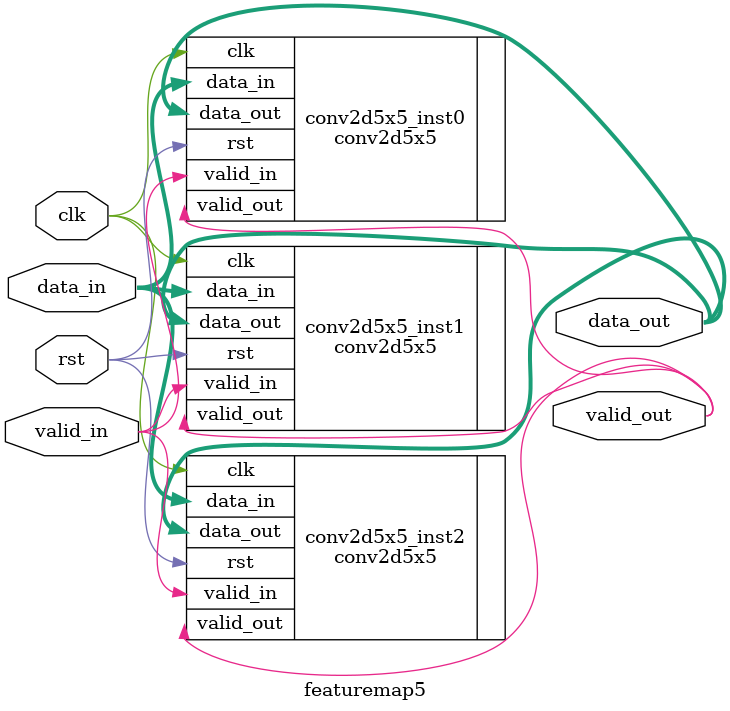
<source format=v>
module featuremap5(
	input clk,
	input rst,

	input [DATA_WIDTH - 1:0] data_in,
	input valid_in,

	output [DATA_WIDTH - 1:0] data_out,
	output valid_out
);
	parameter DATA_WIDTH = 24;
conv2d5x5 #(
	.w0(-0.058393024),
	.w1(-0.07127947),
	.w2(0.07297034),
	.w3(-0.039839964),
	.w4(0.009093379),
	.w5(-0.082046755),
	.w6(0.021941064),
	.w7(-0.06185163),
	.w8(0.0626271),
	.w9(0.06897338),
	.w10(0.0036860881),
	.w11(-0.06048919),
	.w12(0.050356697),
	.w13(0.028401606),
	.w14(-0.06634381),
	.w15(0.014039069),
	.w16(0.06187217),
	.w17(-0.032866564),
	.w18(0.10097026),
	.w19(-0.0963859),
	.w20(0.054610018),
	.w21(-0.015189708),
	.w22(-0.085940495),
	.w23(0.012705135),
	.w24(-0.054090522),
)
conv2d5x5_inst0(
	.clk(clk),
	.rst(rst),
	.data_in(data_in),
	.valid_in(valid_in),
	.data_out(data_out),
	.valid_out(valid_out)
);

conv2d5x5 #(
	.w0(0.07298946),
	.w1(-0.01703108),
	.w2(0.023676898),
	.w3(-0.09230157),
	.w4(0.00067356776),
	.w5(0.09050067),
	.w6(0.09166917),
	.w7(0.081440926),
	.w8(-0.057747222),
	.w9(0.06597457),
	.w10(0.014583218),
	.w11(-0.050342023),
	.w12(0.013515308),
	.w13(-0.042615518),
	.w14(-0.043676645),
	.w15(0.06191707),
	.w16(0.07896075),
	.w17(-0.041479446),
	.w18(0.08239445),
	.w19(0.07581005),
	.w20(-0.021595161),
	.w21(0.055300035),
	.w22(0.05140209),
	.w23(-0.041977316),
	.w24(-0.05799761),
)
conv2d5x5_inst1(
	.clk(clk),
	.rst(rst),
	.data_in(data_in),
	.valid_in(valid_in),
	.data_out(data_out),
	.valid_out(valid_out)
);

conv2d5x5 #(
	.w0(-0.056461904),
	.w1(-0.058077544),
	.w2(-0.1102135),
	.w3(-0.060196184),
	.w4(0.08889998),
	.w5(0.01830983),
	.w6(0.06912394),
	.w7(0.11020274),
	.w8(0.055222344),
	.w9(0.06954146),
	.w10(-0.07017576),
	.w11(-0.060108982),
	.w12(0.082147546),
	.w13(-0.1097425),
	.w14(-0.08761996),
	.w15(-0.022140274),
	.w16(-0.041516073),
	.w17(-0.08650845),
	.w18(0.07713073),
	.w19(0.06086254),
	.w20(0.027619349),
	.w21(-0.04943694),
	.w22(0.07145305),
	.w23(0.066404216),
	.w24(-0.07310724),
)
conv2d5x5_inst2(
	.clk(clk),
	.rst(rst),
	.data_in(data_in),
	.valid_in(valid_in),
	.data_out(data_out),
	.valid_out(valid_out)
);

endmodule
</source>
